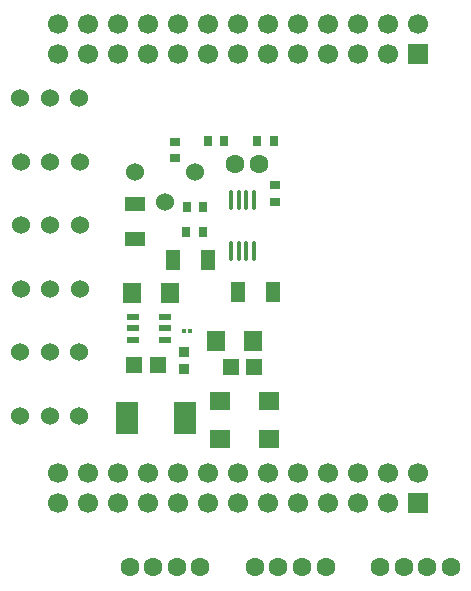
<source format=gbs>
G04 #@! TF.GenerationSoftware,KiCad,Pcbnew,7.0.5-0*
G04 #@! TF.CreationDate,2024-12-03T11:17:58-08:00*
G04 #@! TF.ProjectId,MilkVHat,4d696c6b-5648-4617-942e-6b696361645f,rev?*
G04 #@! TF.SameCoordinates,PX5f5e100PY5f5e100*
G04 #@! TF.FileFunction,Soldermask,Bot*
G04 #@! TF.FilePolarity,Negative*
%FSLAX46Y46*%
G04 Gerber Fmt 4.6, Leading zero omitted, Abs format (unit mm)*
G04 Created by KiCad (PCBNEW 7.0.5-0) date 2024-12-03 11:17:58*
%MOMM*%
%LPD*%
G01*
G04 APERTURE LIST*
%ADD10C,1.600000*%
%ADD11C,1.524003*%
%ADD12R,0.864008X0.800000*%
%ADD13R,0.800000X0.900000*%
%ADD14R,1.207518X1.701016*%
%ADD15R,0.864008X0.806477*%
%ADD16R,1.727991X1.485014*%
%ADD17R,1.410008X1.350013*%
%ADD18R,1.905004X2.800000*%
%ADD19R,1.100000X0.600000*%
%ADD20O,0.364008X1.691999*%
%ADD21R,1.700000X1.700000*%
%ADD22C,1.700000*%
%ADD23R,1.485014X1.727991*%
%ADD24R,1.701016X1.207518*%
%ADD25R,0.303124X0.324003*%
G04 APERTURE END LIST*
D10*
X39675000Y2699999D03*
X37675000Y2699999D03*
X35675000Y2699999D03*
X33675000Y2699999D03*
X18475000Y2699999D03*
X16475000Y2699999D03*
X14475000Y2699999D03*
X12475000Y2699999D03*
X29075000Y2699999D03*
X27075000Y2699999D03*
X25075000Y2699999D03*
X23075000Y2699999D03*
D11*
X8250000Y26250000D03*
X5749873Y26250000D03*
X3250000Y26250000D03*
D10*
X23400000Y36900000D03*
X21400000Y36900000D03*
D11*
X8220130Y20918503D03*
X5720003Y20918503D03*
X3220130Y20918503D03*
X8220130Y42418503D03*
X5720003Y42418503D03*
X3220130Y42418503D03*
X8225000Y15500000D03*
X5724873Y15500000D03*
X3225000Y15500000D03*
X8250000Y37000000D03*
X5749873Y37000000D03*
X3250000Y37000000D03*
X18000000Y36149999D03*
X15459995Y33609993D03*
X12919990Y36149999D03*
X8250000Y31668503D03*
X5749873Y31668503D03*
X3250000Y31668503D03*
D12*
X16350000Y37350102D03*
X16350000Y38749898D03*
D13*
X17299975Y33199999D03*
X18700025Y33199999D03*
D14*
X21621209Y26050000D03*
X24578791Y26050000D03*
D15*
X17125000Y19471633D03*
X17125000Y20978365D03*
D16*
X24300000Y13607417D03*
X24300000Y16792583D03*
D17*
X12849987Y19860915D03*
X14849987Y19860915D03*
D18*
X12299041Y15349999D03*
X17150959Y15349999D03*
D17*
X21050000Y19650000D03*
X23050000Y19650000D03*
D19*
X12774987Y22000037D03*
X12774987Y22949999D03*
X12774987Y23899961D03*
X15475013Y23899961D03*
X15475013Y22949999D03*
X15475013Y22000037D03*
D20*
X23013316Y29533052D03*
X22363075Y29533052D03*
X21713087Y29533052D03*
X21063100Y29533052D03*
X21063100Y33825152D03*
X21713087Y33825152D03*
X22363075Y33825152D03*
X23013316Y33825152D03*
D21*
X36940030Y46179997D03*
D22*
X36940030Y48720003D03*
X34400025Y46179997D03*
X34400025Y48720003D03*
X31860020Y46179997D03*
X31860020Y48720003D03*
X29320015Y46179997D03*
X29320015Y48720003D03*
X26780010Y46179997D03*
X26780010Y48720003D03*
X24240005Y46179997D03*
X24240005Y48720003D03*
X21700000Y46179997D03*
X21700000Y48720003D03*
X19159995Y46179997D03*
X19159995Y48720003D03*
X16619990Y46179997D03*
X16619990Y48720003D03*
X14079985Y46179997D03*
X14079985Y48720003D03*
X11539980Y46179997D03*
X11539980Y48720003D03*
X8999975Y46179997D03*
X8999975Y48720003D03*
X6459970Y46179997D03*
X6459970Y48720003D03*
D12*
X24750000Y33650204D03*
X24750000Y35050000D03*
D13*
X19099975Y38800000D03*
X20500025Y38800000D03*
D23*
X19782417Y21899999D03*
X22967583Y21899999D03*
D16*
X20100000Y13607417D03*
X20100000Y16792583D03*
D24*
X12975000Y30496208D03*
X12975000Y33453790D03*
D25*
X17074987Y22685915D03*
X17558095Y22685915D03*
D14*
X16146209Y28724999D03*
X19103791Y28724999D03*
D13*
X17274975Y31099999D03*
X18675025Y31099999D03*
D21*
X36940030Y8129997D03*
D22*
X36940030Y10670003D03*
X34400025Y8129997D03*
X34400025Y10670003D03*
X31860020Y8129997D03*
X31860020Y10670003D03*
X29320015Y8129997D03*
X29320015Y10670003D03*
X26780010Y8129997D03*
X26780010Y10670003D03*
X24240005Y8129997D03*
X24240005Y10670003D03*
X21700000Y8129997D03*
X21700000Y10670003D03*
X19159995Y8129997D03*
X19159995Y10670003D03*
X16619990Y8129997D03*
X16619990Y10670003D03*
X14079985Y8129997D03*
X14079985Y10670003D03*
X11539980Y8129997D03*
X11539980Y10670003D03*
X8999975Y8129997D03*
X8999975Y10670003D03*
X6459970Y8129997D03*
X6459970Y10670003D03*
D23*
X12707417Y25924999D03*
X15892583Y25924999D03*
D13*
X24700025Y38800000D03*
X23299975Y38800000D03*
M02*

</source>
